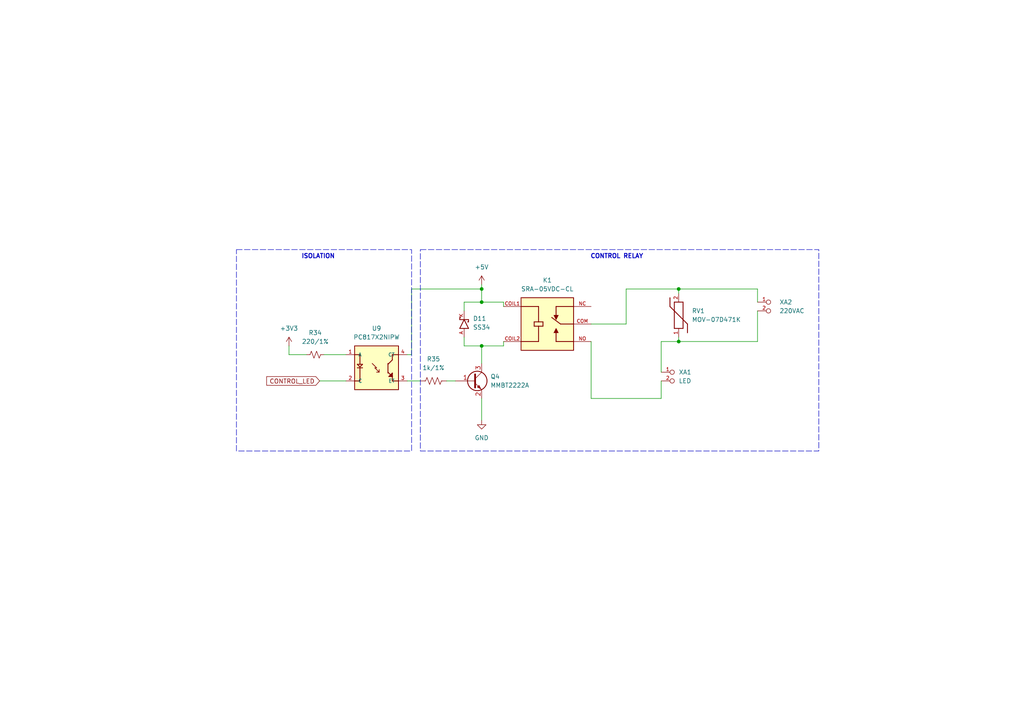
<source format=kicad_sch>
(kicad_sch (version 20231120) (generator "eeschema") (generator_version "8.0")
  (paper "A4")
  (title_block (title "CONTROL LED") (date "2024-03-08"))
  (lib_symbols
    (symbol "Device:R_Small_US" (pin_numbers hide) (pin_names (offset 0.254) hide)
      (property "Reference" "R" (at 0.762 0.508 0))
      (property "Value" "R_Small_US" (at 0.762 -1.016 0))
      (symbol "R_Small_US_1_1"
        (polyline (pts (xy 0 0) (xy 1.016 -0.381) (xy 0 -0.762) (xy -1.016 -1.143) (xy 0 -1.524)))
        (polyline (pts (xy 0 1.524) (xy 1.016 1.143) (xy 0 0.762) (xy -1.016 0.381) (xy 0 0)))
        (pin passive line (at 0 2.54 270) (length 1.016) (name "~") (number "1"))
        (pin passive line (at 0 -2.54 90) (length 1.016) (name "~") (number "2"))
      )
    )
    (symbol "Device:R_US" (pin_numbers hide) (pin_names (offset 0))
      (property "Reference" "R" (at 2.54 0 90))
      (property "Value" "R_US" (at -2.54 0 90))
      (symbol "R_US_0_1"
        (polyline (pts (xy 0 -2.286) (xy 0 -2.54)))
        (polyline (pts (xy 0 2.286) (xy 0 2.54)))
        (polyline (pts (xy 0 -0.762) (xy 1.016 -1.143) (xy 0 -1.524) (xy -1.016 -1.905) (xy 0 -2.286)))
        (polyline (pts (xy 0 0.762) (xy 1.016 0.381) (xy 0 0) (xy -1.016 -0.381) (xy 0 -0.762)))
        (polyline (pts (xy 0 2.286) (xy 1.016 1.905) (xy 0 1.524) (xy -1.016 1.143) (xy 0 0.762)))
      )
      (symbol "R_US_1_1"
        (pin passive line (at 0 3.81 270) (length 1.27) (name "~") (number "1"))
        (pin passive line (at 0 -3.81 90) (length 1.27) (name "~") (number "2"))
      )
    )
    (symbol "MKDS1_2-3.81:MKDS1_2-3.81" (pin_names (offset 1.016))
      (property "Reference" "XA" (at 0 2.54 0))
      (property "Value" "MKDS1_2-3.81" (at -3.8145 -7.629 0))
      (symbol "MKDS1_2-3.81_1_0"
        (pin passive inverted (at -1.27 0 0) (length 3.81) (name "~") (number "1"))
        (pin passive inverted (at -1.27 -2.54 0) (length 3.81) (name "~") (number "2"))
      )
    )
    (symbol "MMBT2222A:MMBT2222A" (pin_names (offset 1.016))
      (property "Reference" "Q" (at 5.08 2.54 0))
      (property "Value" "MMBT2222A" (at 7.62 0 0))
      (symbol "MMBT2222A_0_1"
        (polyline (pts (xy 1.905 0.635) (xy 3.81 2.54)))
        (polyline (pts (xy 1.905 -0.635) (xy 3.81 -2.54) (xy 3.81 -2.54)))
        (polyline (pts (xy 1.905 1.905) (xy 1.905 -1.905) (xy 1.905 -1.905)) (stroke (width 0.508)))
        (polyline (pts (xy 2.54 -1.778) (xy 3.048 -1.27) (xy 3.556 -2.286) (xy 2.54 -1.778) (xy 2.54 -1.778)) (fill (type outline)))
        (circle (center 2.54 0) (radius 2.8194) (stroke (width 0.254)))
      )
      (symbol "MMBT2222A_1_1"
        (pin passive line (at -3.81 0 0) (length 5.715) (name "") (number "1"))
        (pin passive line (at 3.81 -5.08 90) (length 2.54) (name "") (number "2"))
        (pin passive line (at 3.81 5.08 270) (length 2.54) (name "") (number "3"))
      )
    )
    (symbol "MOV-14D471K:MOV-07D471K"
      (property "Reference" "RV" (at 0 0 0))
      (property "Value" "MOV-07D471K" (at 0 0 0))
      (symbol "MOV-07D471K_0_0"
        (polyline (pts (xy -1.27 -6.35) (xy 1.27 -6.35)) (stroke (width 0.254)))
        (polyline (pts (xy 0 -2.54) (xy 0 -5.08)) (stroke (width 0.254)))
        (polyline (pts (xy 0 -2.54) (xy 7.62 -2.54)) (stroke (width 0.254)))
        (polyline (pts (xy 6.35 -1.27) (xy 1.27 -6.35)) (stroke (width 0.254)))
        (polyline (pts (xy 6.35 -1.27) (xy 8.89 -1.27)) (stroke (width 0.254)))
        (polyline (pts (xy 7.62 -5.08) (xy 0 -5.08)) (stroke (width 0.254)))
        (polyline (pts (xy 7.62 -5.08) (xy 7.62 -2.54)) (stroke (width 0.254)))
        (pin bidirectional line (at -2.54 -3.81 0) (length 2.54) (name "~") (number "1"))
        (pin bidirectional line (at 10.16 -3.81 180) (length 2.54) (name "~") (number "2"))
      )
    )
    (symbol "PC817X2NIP0F:PC817X2NIP0F" (pin_names (offset 1.016))
      (property "Reference" "U" (at -5.0901 8.9077 0))
      (property "Value" "PC817X2NIPW" (at -5.0892 -7.6338 0))
      (symbol "PC817X2NIP0F_0_0"
        (rectangle (start -5.08 -5.08) (end 7.62 7.62) (stroke (width 0.254)) (fill (type background)))
        (polyline (pts (xy -5.08 5.08) (xy -3.556 5.08)) (stroke (width 0.254)))
        (polyline (pts (xy -4.318 1.27) (xy -2.794 1.27)) (stroke (width 0.254)))
        (polyline (pts (xy -4.318 2.286) (xy -3.556 1.524)) (stroke (width 0.254)))
        (polyline (pts (xy -3.556 -2.54) (xy -5.08 -2.54)) (stroke (width 0.254)))
        (polyline (pts (xy -3.556 1.27) (xy -3.556 -2.54)) (stroke (width 0.254)))
        (polyline (pts (xy -3.556 1.524) (xy -2.794 2.286)) (stroke (width 0.254)))
        (polyline (pts (xy -3.556 2.286) (xy -4.318 2.286)) (stroke (width 0.254)))
        (polyline (pts (xy -3.556 2.286) (xy -2.794 2.286)) (stroke (width 0.254)))
        (polyline (pts (xy -3.556 5.08) (xy -3.556 2.286)) (stroke (width 0.254)))
        (polyline (pts (xy 0 2.54) (xy 1.27 1.27)) (stroke (width 0.2032)))
        (polyline (pts (xy 0.762 1.27) (xy 2.032 0)) (stroke (width 0.2032)))
        (polyline (pts (xy 1.27 1.27) (xy 0.762 1.27)) (stroke (width 0.2032)))
        (polyline (pts (xy 2.032 0) (xy 1.27 0)) (stroke (width 0.2032)))
        (polyline (pts (xy 2.032 0) (xy 2.032 0.762)) (stroke (width 0.2032)))
        (polyline (pts (xy 4.572 0) (xy 4.572 -0.254)) (stroke (width 0.254)))
        (polyline (pts (xy 4.572 0) (xy 5.842 -1.27)) (stroke (width 0.254)))
        (polyline (pts (xy 4.572 2.286) (xy 4.572 0)) (stroke (width 0.254)))
        (polyline (pts (xy 4.572 2.286) (xy 4.572 2.54)) (stroke (width 0.254)))
        (polyline (pts (xy 4.826 -1.27) (xy 5.588 -1.27)) (stroke (width 0.254)))
        (polyline (pts (xy 5.08 -1.016) (xy 4.826 -1.27)) (stroke (width 0.254)))
        (polyline (pts (xy 5.08 -1.016) (xy 5.334 -1.016)) (stroke (width 0.254)))
        (polyline (pts (xy 5.334 -1.016) (xy 5.588 -1.27)) (stroke (width 0.254)))
        (polyline (pts (xy 5.588 -1.27) (xy 5.588 -0.762)) (stroke (width 0.254)))
        (polyline (pts (xy 5.588 -1.27) (xy 5.842 -1.27)) (stroke (width 0.254)))
        (polyline (pts (xy 5.588 -0.762) (xy 5.334 -1.016)) (stroke (width 0.254)))
        (polyline (pts (xy 5.588 -0.762) (xy 5.842 -0.508)) (stroke (width 0.254)))
        (polyline (pts (xy 5.842 -2.54) (xy 7.62 -2.54)) (stroke (width 0.254)))
        (polyline (pts (xy 5.842 -1.27) (xy 5.842 -2.54)) (stroke (width 0.254)))
        (polyline (pts (xy 5.842 -1.27) (xy 5.842 -1.016)) (stroke (width 0.254)))
        (polyline (pts (xy 5.842 -1.016) (xy 5.588 -0.762)) (stroke (width 0.254)))
        (polyline (pts (xy 5.842 -1.016) (xy 5.842 -0.508)) (stroke (width 0.254)))
        (polyline (pts (xy 5.842 -0.508) (xy 5.842 -0.254)) (stroke (width 0.254)))
        (polyline (pts (xy 5.842 -0.254) (xy 5.08 -1.016)) (stroke (width 0.254)))
        (polyline (pts (xy 5.842 3.556) (xy 4.572 2.286)) (stroke (width 0.254)))
        (polyline (pts (xy 5.842 5.08) (xy 5.842 3.556)) (stroke (width 0.254)))
        (polyline (pts (xy 7.62 5.08) (xy 5.842 5.08)) (stroke (width 0.254)))
        (pin passive line (at -7.62 5.08 0) (length 2.54) (name "A") (number "1"))
        (pin passive line (at -7.62 -2.54 0) (length 2.54) (name "C") (number "2"))
        (pin passive line (at 10.16 -2.54 180) (length 2.54) (name "ET") (number "3"))
        (pin passive line (at 10.16 5.08 180) (length 2.54) (name "CT") (number "4"))
      )
    )
    (symbol "SRA-05VDC-CL:SRA-05VDC-CL" (pin_names (offset 1.016))
      (property "Reference" "K" (at -7.62 8.89 0))
      (property "Value" "SRA-05VDC-CL" (at -7.62 -10.16 0))
      (symbol "SRA-05VDC-CL_0_0"
        (rectangle (start -7.62 -7.62) (end 7.62 7.62) (stroke (width 0.254)) (fill (type background)))
        (polyline (pts (xy -7.62 -5.08) (xy -2.54 -5.08)) (stroke (width 0.254)))
        (polyline (pts (xy -7.62 5.08) (xy -2.54 5.08)) (stroke (width 0.254)))
        (polyline (pts (xy -3.81 -0.635) (xy -3.81 0.635)) (stroke (width 0.254)))
        (polyline (pts (xy -3.81 0.635) (xy -2.54 0.635)) (stroke (width 0.254)))
        (polyline (pts (xy -2.54 -0.635) (xy -3.81 -0.635)) (stroke (width 0.254)))
        (polyline (pts (xy -2.54 -0.635) (xy -2.54 -5.08)) (stroke (width 0.254)))
        (polyline (pts (xy -2.54 0.635) (xy -1.27 0.635)) (stroke (width 0.254)))
        (polyline (pts (xy -2.54 5.08) (xy -2.54 0.635)) (stroke (width 0.254)))
        (polyline (pts (xy -1.27 -0.635) (xy -2.54 -0.635)) (stroke (width 0.254)))
        (polyline (pts (xy -1.27 0.635) (xy -1.27 -0.635)) (stroke (width 0.254)))
        (polyline (pts (xy 2.54 -5.08) (xy 2.54 -2.54)) (stroke (width 0.254)))
        (polyline (pts (xy 2.54 5.08) (xy 2.54 2.54)) (stroke (width 0.254)))
        (polyline (pts (xy 2.54 5.08) (xy 7.62 5.08)) (stroke (width 0.254)))
        (polyline (pts (xy 3.81 0) (xy 1.27 1.905)) (stroke (width 0.254)))
        (polyline (pts (xy 7.62 -5.08) (xy 2.54 -5.08)) (stroke (width 0.254)))
        (polyline (pts (xy 7.62 0) (xy 3.81 0)) (stroke (width 0.254)))
        (polyline (pts (xy 1.905 -2.54) (xy 3.175 -2.54) (xy 2.54 -1.27) (xy 1.905 -2.54)) (stroke (width 0.1524)) (fill (type outline)))
        (polyline (pts (xy 3.175 2.54) (xy 1.905 2.54) (xy 2.54 1.27) (xy 3.175 2.54)) (stroke (width 0.1524)) (fill (type outline)))
        (pin passive line (at -12.7 5.08 0) (length 5.08) (name "~") (number "COIL1"))
        (pin passive line (at -12.7 -5.08 0) (length 5.08) (name "~") (number "COIL2"))
        (pin passive line (at 12.7 0 180) (length 5.08) (name "~") (number "COM"))
        (pin passive line (at 12.7 5.08 180) (length 5.08) (name "~") (number "NC"))
        (pin passive line (at 12.7 -5.08 180) (length 5.08) (name "~") (number "NO"))
      )
    )
    (symbol "SS34:SS34" (pin_names (offset 1.016))
      (property "Reference" "D" (at -2.286 1.905 0))
      (property "Value" "SS34" (at -2.286 -3.429 0))
      (symbol "SS34_0_0"
        (polyline (pts (xy -1.27 -1.27) (xy 1.27 0)) (stroke (width 0.254)))
        (polyline (pts (xy -1.27 1.27) (xy -1.27 -1.27)) (stroke (width 0.254)))
        (polyline (pts (xy 0.635 -1.016) (xy 0.635 -1.27)) (stroke (width 0.254)))
        (polyline (pts (xy 1.27 -1.27) (xy 0.635 -1.27)) (stroke (width 0.254)))
        (polyline (pts (xy 1.27 0) (xy -1.27 1.27)) (stroke (width 0.254)))
        (polyline (pts (xy 1.27 0) (xy 1.27 -1.27)) (stroke (width 0.254)))
        (polyline (pts (xy 1.27 1.27) (xy 1.27 0)) (stroke (width 0.254)))
        (polyline (pts (xy 1.905 1.27) (xy 1.27 1.27)) (stroke (width 0.254)))
        (polyline (pts (xy 1.905 1.27) (xy 1.905 1.016)) (stroke (width 0.254)))
        (pin passive line (at -3.81 0 0) (length 2.54) (name "~") (number "A"))
        (pin passive line (at 3.81 0 180) (length 2.54) (name "~") (number "K"))
      )
    )
    (symbol "power:+3V3" (power) (pin_names (offset 0))
      (property "Value" "+3V3" (at 0 3.556 0))
      (symbol "+3V3_0_1"
        (polyline (pts (xy -0.762 1.27) (xy 0 2.54)))
        (polyline (pts (xy 0 0) (xy 0 2.54)))
        (polyline (pts (xy 0 2.54) (xy 0.762 1.27)))
      )
      (symbol "+3V3_1_1"
        (pin power_in line (at 0 0 90) (length 0) hide (name "+3V3") (number "1"))
      )
    )
    (symbol "power:+5V" (power) (pin_names (offset 0))
      (property "Value" "+5V" (at 0 3.556 0))
      (symbol "+5V_0_1"
        (polyline (pts (xy -0.762 1.27) (xy 0 2.54)))
        (polyline (pts (xy 0 0) (xy 0 2.54)))
        (polyline (pts (xy 0 2.54) (xy 0.762 1.27)))
      )
      (symbol "+5V_1_1"
        (pin power_in line (at 0 0 90) (length 0) hide (name "+5V") (number "1"))
      )
    )
    (symbol "power:GND" (power) (pin_names (offset 0))
      (property "Value" "GND" (at 0 -3.81 0))
      (symbol "GND_0_1"
        (polyline (pts (xy 0 0) (xy 0 -1.27) (xy 1.27 -1.27) (xy 0 -2.54) (xy -1.27 -1.27) (xy 0 -1.27)))
      )
      (symbol "GND_1_1"
        (pin power_in line (at 0 0 270) (length 0) hide (name "GND") (number "1"))
      )
    )
  )
  (junction (at 139.7 87.63))
  (junction (at 196.85 99.06))
  (junction (at 139.7 100.33))
  (junction (at 196.85 83.82))
  (junction (at 139.7 83.82))
  (wire (pts (xy 139.7 100.33) (xy 134.62 100.33)))
  (wire (pts (xy 146.05 100.33) (xy 139.7 100.33)))
  (wire (pts (xy 171.45 115.57) (xy 171.45 99.06)))
  (wire (pts (xy 134.62 87.63) (xy 134.62 90.17)))
  (wire (pts (xy 181.61 93.98) (xy 171.45 93.98)))
  (wire (pts (xy 181.61 83.82) (xy 196.85 83.82)))
  (wire (pts (xy 219.71 90.17) (xy 219.71 99.06)))
  (wire (pts (xy 119.38 83.82) (xy 139.7 83.82)))
  (wire (pts (xy 191.77 107.95) (xy 191.77 99.06)))
  (wire (pts (xy 119.38 102.87) (xy 118.11 102.87)))
  (wire (pts (xy 119.38 83.82) (xy 119.38 102.87)))
  (wire (pts (xy 191.77 115.57) (xy 191.77 110.49)))
  (wire (pts (xy 146.05 88.9) (xy 146.05 87.63)))
  (wire (pts (xy 83.82 100.33) (xy 83.82 102.87)))
  (wire (pts (xy 118.11 110.49) (xy 121.92 110.49)))
  (wire (pts (xy 139.7 115.57) (xy 139.7 121.92)))
  (wire (pts (xy 129.54 110.49) (xy 132.08 110.49)))
  (wire (pts (xy 93.98 102.87) (xy 100.33 102.87)))
  (wire (pts (xy 139.7 100.33) (xy 139.7 105.41)))
  (wire (pts (xy 196.85 83.82) (xy 219.71 83.82)))
  (wire (pts (xy 139.7 82.55) (xy 139.7 83.82)))
  (wire (pts (xy 219.71 87.63) (xy 219.71 83.82)))
  (wire (pts (xy 191.77 99.06) (xy 196.85 99.06)))
  (wire (pts (xy 139.7 83.82) (xy 139.7 87.63)))
  (wire (pts (xy 134.62 100.33) (xy 134.62 97.79)))
  (wire (pts (xy 83.82 102.87) (xy 88.9 102.87)))
  (wire (pts (xy 196.85 97.79) (xy 196.85 99.06)))
  (wire (pts (xy 191.77 115.57) (xy 171.45 115.57)))
  (wire (pts (xy 196.85 99.06) (xy 219.71 99.06)))
  (wire (pts (xy 196.85 83.82) (xy 196.85 85.09)))
  (wire (pts (xy 139.7 87.63) (xy 134.62 87.63)))
  (wire (pts (xy 139.7 87.63) (xy 146.05 87.63)))
  (wire (pts (xy 181.61 83.82) (xy 181.61 93.98)))
  (wire (pts (xy 146.05 99.06) (xy 146.05 100.33)))
  (wire (pts (xy 92.71 110.49) (xy 100.33 110.49)))
  (rectangle (start 121.92 72.39) (end 237.49 130.81) (stroke (width 0) (type dash)))
  (rectangle (start 68.58 72.39) (end 119.38 130.81) (stroke (width 0) (type dash)))
  (text "ISOLATION" (at 87.376 75.184 0) (effects (font (size 1.27 1.27) (thickness 0.254) (bold yes)) (justify left bottom)))
  (text "CONTROL RELAY" (at 171.196 75.184 0) (effects (font (size 1.27 1.27) (thickness 0.254) (bold yes)) (justify left bottom)))
  (global_label "CONTROL_LED" (shape input) (at 92.71 110.49 180) (property "Intersheetrefs" "${INTERSHEET_REFS}" (effects (hide yes))))
  (symbol (lib_id "MMBT2222A:MMBT2222A") (at 135.89 110.49 0) (unit 1)
    (property "Reference" "Q4" (at 142.24 109.22 0) (effects (justify left)))
    (property "Value" "MMBT2222A" (at 142.24 111.76 0) (effects (justify left)))
    (property "Footprint" "MMBT2222A:SOT103P240X110-3N" (effects (hide yes)))
  )
  (symbol (lib_id "SS34:SS34") (at 134.62 93.98 90) (unit 1)
    (property "Reference" "D11" (at 137.16 92.3925 90) (effects (justify right)))
    (property "Value" "SS34" (at 137.16 94.9325 90) (effects (justify right)))
    (property "Footprint" "SS34:DO-214AC" (effects (hide yes)))
    (property "URL" "https://www.thegioiic.com/twgmc-ss34-sma-diode-schottky-3a" (effects (hide yes)))
  )
  (symbol (lib_id "power:+5V") (at 139.7 82.55 0) (unit 1)
    (property "Reference" "#PWR083" (effects (hide yes)))
    (property "Value" "+5V" (at 139.7 77.47 0))
  )
  (symbol (lib_id "SRA-05VDC-CL:SRA-05VDC-CL") (at 158.75 93.98 0) (unit 1)
    (property "Reference" "K1" (at 158.75 81.28 0))
    (property "Value" "SRA-05VDC-CL" (at 158.75 83.82 0))
    (property "Footprint" "SRA-05VDC-CL:RELAY_SRA-05VDC-CL" (effects (hide yes)))
    (property "URL" "https://www.thegioiic.com/sra-05vdc-cl-ro-le-5vdc-20a-spdt-5-chan" (effects (hide yes)))
  )
  (symbol (lib_id "power:GND") (at 139.7 121.92 0) (unit 1)
    (property "Reference" "#PWR084" (effects (hide yes)))
    (property "Value" "GND" (at 139.7 127 0))
  )
  (symbol (lib_id "PC817X2NIP0F:PC817X2NIP0F") (at 107.95 107.95 0) (unit 1)
    (property "Reference" "U9" (at 109.22 95.25 0))
    (property "Value" "PC817X2NIPW" (at 109.22 97.79 0))
    (property "Footprint" "PC817X2NIP0F:SOT254P975X400-4N" (effects (hide yes)))
    (property "URL" "https://www.thegioiic.com/pc817x2nipw-optoisolator-transistor-output-5000vrms-1-channel-sop-4" (effects (hide yes)))
  )
  (symbol (lib_id "MOV-14D471K:MOV-07D471K") (at 193.04 95.25 90) (unit 1)
    (property "Reference" "RV1" (at 200.66 90.17 90) (effects (justify right)))
    (property "Value" "MOV-07D471K" (at 200.66 92.71 90) (effects (justify right)))
    (property "Footprint" "MOV-14D471K:MOV07D471K" (effects (hide yes)))
    (property "URL" "https://www.thegioiic.com/tu-chong-set-varistor-07d471k-470v" (effects (hide yes)))
  )
  (symbol (lib_id "Device:R_US") (at 125.73 110.49 90) (unit 1)
    (property "Reference" "R35" (at 125.73 104.14 90))
    (property "Value" "1k/1%" (at 125.73 106.68 90))
    (property "Footprint" "Resistor_SMD:R_0603_1608Metric_Pad0.98x0.95mm_HandSolder" (effects (hide yes)))
    (property "URL" "https://www.thegioiic.com/dien-tro-1-kohm-0603-1-" (effects (hide yes)))
  )
  (symbol (lib_id "Device:R_Small_US") (at 91.44 102.87 90) (unit 1)
    (property "Reference" "R34" (at 91.44 96.52 90))
    (property "Value" "220/1%" (at 91.44 99.06 90))
    (property "Footprint" "Resistor_SMD:R_0603_1608Metric_Pad0.98x0.95mm_HandSolder" (effects (hide yes)))
    (property "URL" "https://www.thegioiic.com/dien-tro-220-ohm-0603-1-" (effects (hide yes)))
  )
  (symbol (lib_id "power:+3V3") (at 83.82 100.33 0) (unit 1)
    (property "Reference" "#PWR082" (effects (hide yes)))
    (property "Value" "+3V3" (at 83.82 95.25 0))
  )
  (symbol (lib_id "MKDS1_2-3.81:MKDS1_2-3.81") (at 220.98 87.63 0) (unit 1)
    (property "Reference" "XA2" (at 226.06 87.63 0) (effects (justify left)))
    (property "Value" "220VAC" (at 226.06 90.17 0) (effects (justify left)))
    (property "Footprint" "MKDS1_2-3:PHOENIX_MKDS1_2-3.81" (effects (hide yes)))
    (property "URL" "https://www.thegioiic.com/ul-3-81-2-r-terminal-block-plug-in-han-pcb-2-chan-cong-3-81mm-300v-10a-ulo" (effects (hide yes)))
  )
  (symbol (lib_id "MKDS1_2-3.81:MKDS1_2-3.81") (at 193.04 107.95 0) (unit 1)
    (property "Reference" "XA1" (at 196.85 107.95 0) (effects (justify left)))
    (property "Value" "LED" (at 196.85 110.49 0) (effects (justify left)))
    (property "Footprint" "MKDS1_2-3:PHOENIX_MKDS1_2-3.81" (effects (hide yes)))
    (property "URL" "https://www.thegioiic.com/ul-3-81-2-r-terminal-block-plug-in-han-pcb-2-chan-cong-3-81mm-300v-10a-ulo" (effects (hide yes)))
  )
)
</source>
